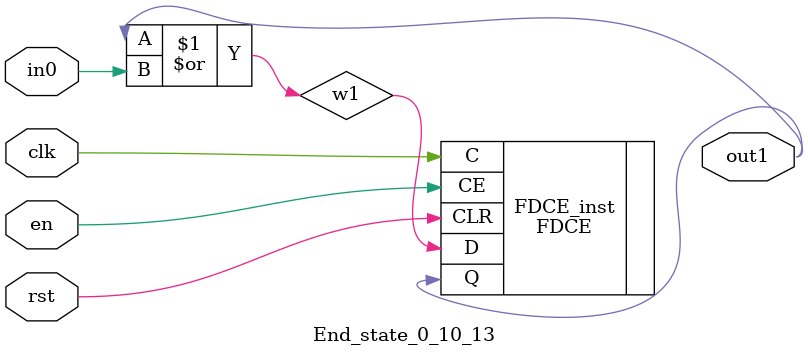
<source format=v>
module engine_0_10(out,clk,sod,en, in_0, in_1, in_3, in_6, in_12, in_21, in_24, in_25, in_31);
//pcre: /^[a-zA-Z]+\s+\x2F\x2Epng.*\x2E\x2E\x2F/mi
//block char: ^[9], \x20[8], N[0], G[0], \x2E[8], p[0], [\z617a\z415a][1], \x2F[8], .[7], 

	input clk,sod,en;

	input in_0, in_1, in_3, in_6, in_12, in_21, in_24, in_25, in_31;
	output out;

	assign w0 = 1'b1;
	state_0_10_1 BlockState_0_10_1 (w1,in_0,clk,en,sod,w0);
	state_0_10_2 BlockState_0_10_2 (w2,in_24,clk,en,sod,w2,w1);
	state_0_10_3 BlockState_0_10_3 (w3,in_1,clk,en,sod,w3,w2);
	state_0_10_4 BlockState_0_10_4 (w4,in_25,clk,en,sod,w3);
	state_0_10_5 BlockState_0_10_5 (w5,in_12,clk,en,sod,w4);
	state_0_10_6 BlockState_0_10_6 (w6,in_21,clk,en,sod,w5);
	state_0_10_7 BlockState_0_10_7 (w7,in_3,clk,en,sod,w6);
	state_0_10_8 BlockState_0_10_8 (w8,in_6,clk,en,sod,w7);
	state_0_10_9 BlockState_0_10_9 (w9,in_31,clk,en,sod,w9,w8);
	state_0_10_10 BlockState_0_10_10 (w10,in_12,clk,en,sod,w8,w9);
	state_0_10_11 BlockState_0_10_11 (w11,in_12,clk,en,sod,w10);
	state_0_10_12 BlockState_0_10_12 (w12,in_25,clk,en,sod,w11);
	End_state_0_10_13 BlockState_0_10_13 (out,clk,en,sod,w12);
endmodule

module state_0_10_1(out1,in_char,clk,en,rst,in0);
	input in_char,clk,en,rst,in0;
	output out1;
	wire w1,w2;
	assign w1 = in0; 
	and(w2,in_char,w1);
	FDCE #(.INIT(1'b0)) FDCE_inst (
		.Q(out1),
		.C(clk),
		.CE(en),
		.CLR(rst),
		.D(w2)
);
endmodule

module state_0_10_2(out1,in_char,clk,en,rst,in0,in1);
	input in_char,clk,en,rst,in0,in1;
	output out1;
	wire w1,w2;
	or(w1,in0,in1);
	and(w2,in_char,w1);
	FDCE #(.INIT(1'b0)) FDCE_inst (
		.Q(out1),
		.C(clk),
		.CE(en),
		.CLR(rst),
		.D(w2)
);
endmodule

module state_0_10_3(out1,in_char,clk,en,rst,in0,in1);
	input in_char,clk,en,rst,in0,in1;
	output out1;
	wire w1,w2;
	or(w1,in0,in1);
	and(w2,in_char,w1);
	FDCE #(.INIT(1'b0)) FDCE_inst (
		.Q(out1),
		.C(clk),
		.CE(en),
		.CLR(rst),
		.D(w2)
);
endmodule

module state_0_10_4(out1,in_char,clk,en,rst,in0);
	input in_char,clk,en,rst,in0;
	output out1;
	wire w1,w2;
	assign w1 = in0; 
	and(w2,in_char,w1);
	FDCE #(.INIT(1'b0)) FDCE_inst (
		.Q(out1),
		.C(clk),
		.CE(en),
		.CLR(rst),
		.D(w2)
);
endmodule

module state_0_10_5(out1,in_char,clk,en,rst,in0);
	input in_char,clk,en,rst,in0;
	output out1;
	wire w1,w2;
	assign w1 = in0; 
	and(w2,in_char,w1);
	FDCE #(.INIT(1'b0)) FDCE_inst (
		.Q(out1),
		.C(clk),
		.CE(en),
		.CLR(rst),
		.D(w2)
);
endmodule

module state_0_10_6(out1,in_char,clk,en,rst,in0);
	input in_char,clk,en,rst,in0;
	output out1;
	wire w1,w2;
	assign w1 = in0; 
	and(w2,in_char,w1);
	FDCE #(.INIT(1'b0)) FDCE_inst (
		.Q(out1),
		.C(clk),
		.CE(en),
		.CLR(rst),
		.D(w2)
);
endmodule

module state_0_10_7(out1,in_char,clk,en,rst,in0);
	input in_char,clk,en,rst,in0;
	output out1;
	wire w1,w2;
	assign w1 = in0; 
	and(w2,in_char,w1);
	FDCE #(.INIT(1'b0)) FDCE_inst (
		.Q(out1),
		.C(clk),
		.CE(en),
		.CLR(rst),
		.D(w2)
);
endmodule

module state_0_10_8(out1,in_char,clk,en,rst,in0);
	input in_char,clk,en,rst,in0;
	output out1;
	wire w1,w2;
	assign w1 = in0; 
	and(w2,in_char,w1);
	FDCE #(.INIT(1'b0)) FDCE_inst (
		.Q(out1),
		.C(clk),
		.CE(en),
		.CLR(rst),
		.D(w2)
);
endmodule

module state_0_10_9(out1,in_char,clk,en,rst,in0,in1);
	input in_char,clk,en,rst,in0,in1;
	output out1;
	wire w1,w2;
	or(w1,in0,in1);
	and(w2,in_char,w1);
	FDCE #(.INIT(1'b0)) FDCE_inst (
		.Q(out1),
		.C(clk),
		.CE(en),
		.CLR(rst),
		.D(w2)
);
endmodule

module state_0_10_10(out1,in_char,clk,en,rst,in0,in1);
	input in_char,clk,en,rst,in0,in1;
	output out1;
	wire w1,w2;
	or(w1,in0,in1);
	and(w2,in_char,w1);
	FDCE #(.INIT(1'b0)) FDCE_inst (
		.Q(out1),
		.C(clk),
		.CE(en),
		.CLR(rst),
		.D(w2)
);
endmodule

module state_0_10_11(out1,in_char,clk,en,rst,in0);
	input in_char,clk,en,rst,in0;
	output out1;
	wire w1,w2;
	assign w1 = in0; 
	and(w2,in_char,w1);
	FDCE #(.INIT(1'b0)) FDCE_inst (
		.Q(out1),
		.C(clk),
		.CE(en),
		.CLR(rst),
		.D(w2)
);
endmodule

module state_0_10_12(out1,in_char,clk,en,rst,in0);
	input in_char,clk,en,rst,in0;
	output out1;
	wire w1,w2;
	assign w1 = in0; 
	and(w2,in_char,w1);
	FDCE #(.INIT(1'b0)) FDCE_inst (
		.Q(out1),
		.C(clk),
		.CE(en),
		.CLR(rst),
		.D(w2)
);
endmodule

module End_state_0_10_13(out1,clk,en,rst,in0);
	input clk,rst,en,in0;
	output out1;
	wire w1;
	or(w1,out1,in0);
	FDCE #(.INIT(1'b0)) FDCE_inst (
		.Q(out1),
		.C(clk),
		.CE(en),
		.CLR(rst),
		.D(w1)
);
endmodule


</source>
